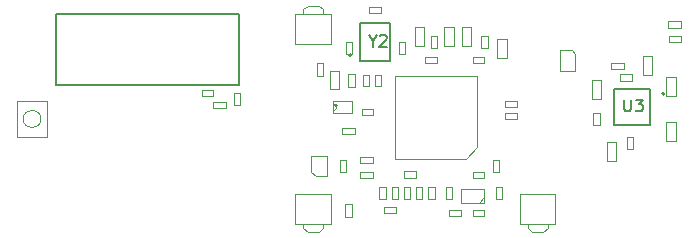
<source format=gbr>
%TF.GenerationSoftware,KiCad,Pcbnew,8.0.1*%
%TF.CreationDate,2024-10-15T00:35:35+02:00*%
%TF.ProjectId,InsuDos,496e7375-446f-4732-9e6b-696361645f70,rev?*%
%TF.SameCoordinates,Original*%
%TF.FileFunction,AssemblyDrawing,Bot*%
%FSLAX46Y46*%
G04 Gerber Fmt 4.6, Leading zero omitted, Abs format (unit mm)*
G04 Created by KiCad (PCBNEW 8.0.1) date 2024-10-15 00:35:35*
%MOMM*%
%LPD*%
G01*
G04 APERTURE LIST*
%ADD10C,0.150000*%
%ADD11C,0.100000*%
%ADD12C,0.127000*%
%ADD13C,0.200000*%
%ADD14C,0.025400*%
%ADD15C,0.152400*%
G04 APERTURE END LIST*
D10*
X74336779Y-163369819D02*
X74336779Y-164179342D01*
X74336779Y-164179342D02*
X74384398Y-164274580D01*
X74384398Y-164274580D02*
X74432017Y-164322200D01*
X74432017Y-164322200D02*
X74527255Y-164369819D01*
X74527255Y-164369819D02*
X74717731Y-164369819D01*
X74717731Y-164369819D02*
X74812969Y-164322200D01*
X74812969Y-164322200D02*
X74860588Y-164274580D01*
X74860588Y-164274580D02*
X74908207Y-164179342D01*
X74908207Y-164179342D02*
X74908207Y-163369819D01*
X75289160Y-163369819D02*
X75908207Y-163369819D01*
X75908207Y-163369819D02*
X75574874Y-163750771D01*
X75574874Y-163750771D02*
X75717731Y-163750771D01*
X75717731Y-163750771D02*
X75812969Y-163798390D01*
X75812969Y-163798390D02*
X75860588Y-163846009D01*
X75860588Y-163846009D02*
X75908207Y-163941247D01*
X75908207Y-163941247D02*
X75908207Y-164179342D01*
X75908207Y-164179342D02*
X75860588Y-164274580D01*
X75860588Y-164274580D02*
X75812969Y-164322200D01*
X75812969Y-164322200D02*
X75717731Y-164369819D01*
X75717731Y-164369819D02*
X75432017Y-164369819D01*
X75432017Y-164369819D02*
X75336779Y-164322200D01*
X75336779Y-164322200D02*
X75289160Y-164274580D01*
X53027255Y-158393628D02*
X53027255Y-158869819D01*
X52693922Y-157869819D02*
X53027255Y-158393628D01*
X53027255Y-158393628D02*
X53360588Y-157869819D01*
X53646303Y-157965057D02*
X53693922Y-157917438D01*
X53693922Y-157917438D02*
X53789160Y-157869819D01*
X53789160Y-157869819D02*
X54027255Y-157869819D01*
X54027255Y-157869819D02*
X54122493Y-157917438D01*
X54122493Y-157917438D02*
X54170112Y-157965057D01*
X54170112Y-157965057D02*
X54217731Y-158060295D01*
X54217731Y-158060295D02*
X54217731Y-158155533D01*
X54217731Y-158155533D02*
X54170112Y-158298390D01*
X54170112Y-158298390D02*
X53598684Y-158869819D01*
X53598684Y-158869819D02*
X54217731Y-158869819D01*
D11*
%TO.C,R19*%
X56725000Y-169970000D02*
X55675000Y-169970000D01*
X55675000Y-169970000D02*
X55675000Y-169430000D01*
X56725000Y-169430000D02*
X56725000Y-169970000D01*
X55675000Y-169430000D02*
X56725000Y-169430000D01*
%TO.C,R6*%
X74530000Y-166525000D02*
X75070000Y-166525000D01*
X74530000Y-167575000D02*
X74530000Y-166525000D01*
X75070000Y-166525000D02*
X75070000Y-167575000D01*
X75070000Y-167575000D02*
X74530000Y-167575000D01*
%TO.C,C7*%
X59500000Y-172750000D02*
X60500000Y-172750000D01*
X59500000Y-173250000D02*
X59500000Y-172750000D01*
X60500000Y-172750000D02*
X60500000Y-173250000D01*
X60500000Y-173250000D02*
X59500000Y-173250000D01*
%TO.C,Y1*%
X60500000Y-170900000D02*
X60500000Y-172100000D01*
X60500000Y-172100000D02*
X62500000Y-172100000D01*
X62000000Y-172100000D02*
X62500000Y-171600000D01*
X62500000Y-170900000D02*
X60500000Y-170900000D01*
X62500000Y-172100000D02*
X62500000Y-170900000D01*
%TO.C,U1*%
X68900000Y-160900000D02*
X68900000Y-159200000D01*
X69880000Y-159200000D02*
X68900000Y-159200000D01*
X69880000Y-159200000D02*
X68900000Y-159200000D01*
X69880000Y-159200000D02*
X70200000Y-159520000D01*
X70200000Y-160900000D02*
X68900000Y-160900000D01*
X70200000Y-160900000D02*
X70200000Y-159520000D01*
%TO.C,C6*%
X49400000Y-162500000D02*
X49400000Y-160900000D01*
X50200000Y-162500000D02*
X49400000Y-162500000D01*
X49400000Y-160900000D02*
X50200000Y-160900000D01*
X50200000Y-160900000D02*
X50200000Y-162500000D01*
%TO.C,L3*%
X59100000Y-157200000D02*
X59900000Y-157200000D01*
X59100000Y-158800000D02*
X59100000Y-157200000D01*
X59900000Y-157200000D02*
X59900000Y-158800000D01*
X59900000Y-158800000D02*
X59100000Y-158800000D01*
%TO.C,R10*%
X51975000Y-168230000D02*
X53025000Y-168230000D01*
X51975000Y-168770000D02*
X51975000Y-168230000D01*
X53025000Y-168230000D02*
X53025000Y-168770000D01*
X53025000Y-168770000D02*
X51975000Y-168770000D01*
%TO.C,R7*%
X53582000Y-170745000D02*
X54122000Y-170745000D01*
X53582000Y-171795000D02*
X53582000Y-170745000D01*
X54122000Y-170745000D02*
X54122000Y-171795000D01*
X54122000Y-171795000D02*
X53582000Y-171795000D01*
%TO.C,C1*%
X60600000Y-157200000D02*
X61400000Y-157200000D01*
X60600000Y-158800000D02*
X60600000Y-157200000D01*
X61400000Y-157200000D02*
X61400000Y-158800000D01*
X61400000Y-158800000D02*
X60600000Y-158800000D01*
%TO.C,C23*%
X63250000Y-168500000D02*
X63750000Y-168500000D01*
X63250000Y-169500000D02*
X63250000Y-168500000D01*
X63750000Y-168500000D02*
X63750000Y-169500000D01*
X63750000Y-169500000D02*
X63250000Y-169500000D01*
%TO.C,R15*%
X73975000Y-161230000D02*
X75025000Y-161230000D01*
X73975000Y-161770000D02*
X73975000Y-161230000D01*
X75025000Y-161230000D02*
X75025000Y-161770000D01*
X75025000Y-161770000D02*
X73975000Y-161770000D01*
%TO.C,C16*%
X38550000Y-162550000D02*
X39550000Y-162550000D01*
X38550000Y-163050000D02*
X38550000Y-162550000D01*
X39550000Y-162550000D02*
X39550000Y-163050000D01*
X39550000Y-163050000D02*
X38550000Y-163050000D01*
%TO.C,C24*%
X61500000Y-169500000D02*
X62500000Y-169500000D01*
X61500000Y-170000000D02*
X61500000Y-169500000D01*
X62500000Y-169500000D02*
X62500000Y-170000000D01*
X62500000Y-170000000D02*
X61500000Y-170000000D01*
%TO.C,U4*%
X54900000Y-161400000D02*
X61900000Y-161400000D01*
X54900000Y-168400000D02*
X54900000Y-161400000D01*
X60900000Y-168400000D02*
X54900000Y-168400000D01*
X61900000Y-161400000D02*
X61900000Y-167400000D01*
X61900000Y-167400000D02*
X60900000Y-168400000D01*
%TO.C,C39*%
X56600000Y-157200000D02*
X57400000Y-157200000D01*
X56600000Y-158800000D02*
X56600000Y-157200000D01*
X57400000Y-157200000D02*
X57400000Y-158800000D01*
X57400000Y-158800000D02*
X56600000Y-158800000D01*
%TO.C,C25*%
X52100000Y-164150000D02*
X53100000Y-164150000D01*
X52100000Y-164650000D02*
X52100000Y-164150000D01*
X53100000Y-164150000D02*
X53100000Y-164650000D01*
X53100000Y-164650000D02*
X52100000Y-164650000D01*
%TO.C,R14*%
X64225000Y-163480000D02*
X65275000Y-163480000D01*
X64225000Y-164020000D02*
X64225000Y-163480000D01*
X65275000Y-163480000D02*
X65275000Y-164020000D01*
X65275000Y-164020000D02*
X64225000Y-164020000D01*
%TO.C,R21*%
X50730000Y-172225000D02*
X51270000Y-172225000D01*
X50730000Y-173275000D02*
X50730000Y-172225000D01*
X51270000Y-172225000D02*
X51270000Y-173275000D01*
X51270000Y-173275000D02*
X50730000Y-173275000D01*
%TO.C,C9*%
X50250000Y-168500000D02*
X50750000Y-168500000D01*
X50250000Y-169500000D02*
X50250000Y-168500000D01*
X50750000Y-168500000D02*
X50750000Y-169500000D01*
X50750000Y-169500000D02*
X50250000Y-169500000D01*
%TO.C,R22*%
X51975000Y-169480000D02*
X53025000Y-169480000D01*
X51975000Y-170020000D02*
X51975000Y-169480000D01*
X53025000Y-169480000D02*
X53025000Y-170020000D01*
X53025000Y-170020000D02*
X51975000Y-170020000D01*
%TO.C,C26*%
X57500000Y-159750000D02*
X58500000Y-159750000D01*
X57500000Y-160250000D02*
X57500000Y-159750000D01*
X58500000Y-159750000D02*
X58500000Y-160250000D01*
X58500000Y-160250000D02*
X57500000Y-160250000D01*
%TO.C,R2*%
X78075000Y-156730000D02*
X79125000Y-156730000D01*
X78075000Y-157270000D02*
X78075000Y-156730000D01*
X79125000Y-156730000D02*
X79125000Y-157270000D01*
X79125000Y-157270000D02*
X78075000Y-157270000D01*
%TO.C,SW1*%
X46500000Y-156120000D02*
X49500000Y-156120000D01*
X46500000Y-158630000D02*
X46500000Y-156120000D01*
X47150000Y-155730000D02*
X47550000Y-155430000D01*
X47150000Y-156120000D02*
X47150000Y-155730000D01*
X47550000Y-155430000D02*
X48450000Y-155430000D01*
X48450000Y-155430000D02*
X48850000Y-155730000D01*
X48850000Y-155730000D02*
X48850000Y-156120000D01*
X49500000Y-156120000D02*
X49500000Y-158630000D01*
X49500000Y-158630000D02*
X46500000Y-158630000D01*
%TO.C,C19*%
X52750000Y-155500000D02*
X53750000Y-155500000D01*
X52750000Y-156000000D02*
X52750000Y-155500000D01*
X53750000Y-155500000D02*
X53750000Y-156000000D01*
X53750000Y-156000000D02*
X52750000Y-156000000D01*
D12*
%TO.C,U3*%
X73500000Y-162500000D02*
X76500000Y-162500000D01*
X73500000Y-165500000D02*
X73500000Y-162500000D01*
X76500000Y-162500000D02*
X76500000Y-165500000D01*
X76500000Y-165500000D02*
X73500000Y-165500000D01*
D13*
X77735000Y-162875000D02*
G75*
G02*
X77535000Y-162875000I-100000J0D01*
G01*
X77535000Y-162875000D02*
G75*
G02*
X77735000Y-162875000I100000J0D01*
G01*
D11*
%TO.C,R20*%
X50475000Y-165730000D02*
X51525000Y-165730000D01*
X50475000Y-166270000D02*
X50475000Y-165730000D01*
X51525000Y-165730000D02*
X51525000Y-166270000D01*
X51525000Y-166270000D02*
X50475000Y-166270000D01*
%TO.C,C18*%
X50750000Y-158500000D02*
X51250000Y-158500000D01*
X50750000Y-159500000D02*
X50750000Y-158500000D01*
X51250000Y-158500000D02*
X51250000Y-159500000D01*
X51250000Y-159500000D02*
X50750000Y-159500000D01*
%TO.C,R13*%
X62230000Y-157975000D02*
X62770000Y-157975000D01*
X62230000Y-159025000D02*
X62230000Y-157975000D01*
X62770000Y-157975000D02*
X62770000Y-159025000D01*
X62770000Y-159025000D02*
X62230000Y-159025000D01*
%TO.C,C22*%
X63600000Y-158200000D02*
X64400000Y-158200000D01*
X63600000Y-159800000D02*
X63600000Y-158200000D01*
X64400000Y-158200000D02*
X64400000Y-159800000D01*
X64400000Y-159800000D02*
X63600000Y-159800000D01*
%TO.C,R23*%
X39525000Y-163530000D02*
X40575000Y-163530000D01*
X39525000Y-164070000D02*
X39525000Y-163530000D01*
X40575000Y-163530000D02*
X40575000Y-164070000D01*
X40575000Y-164070000D02*
X39525000Y-164070000D01*
%TO.C,TH1*%
X55230000Y-158475000D02*
X55770000Y-158475000D01*
X55230000Y-159525000D02*
X55230000Y-158475000D01*
X55770000Y-158475000D02*
X55770000Y-159525000D01*
X55770000Y-159525000D02*
X55230000Y-159525000D01*
%TO.C,C30*%
X71600000Y-161700000D02*
X72400000Y-161700000D01*
X71600000Y-163300000D02*
X71600000Y-161700000D01*
X72400000Y-161700000D02*
X72400000Y-163300000D01*
X72400000Y-163300000D02*
X71600000Y-163300000D01*
%TO.C,C27*%
X63500000Y-170750000D02*
X64000000Y-170750000D01*
X63500000Y-171750000D02*
X63500000Y-170750000D01*
X64000000Y-170750000D02*
X64000000Y-171750000D01*
X64000000Y-171750000D02*
X63500000Y-171750000D01*
%TO.C,C8*%
X61500000Y-172750000D02*
X62500000Y-172750000D01*
X61500000Y-173250000D02*
X61500000Y-172750000D01*
X62500000Y-172750000D02*
X62500000Y-173250000D01*
X62500000Y-173250000D02*
X61500000Y-173250000D01*
%TO.C,R16*%
X59230000Y-170725000D02*
X59770000Y-170725000D01*
X59230000Y-171775000D02*
X59230000Y-170725000D01*
X59770000Y-170725000D02*
X59770000Y-171775000D01*
X59770000Y-171775000D02*
X59230000Y-171775000D01*
%TO.C,C20*%
X55676000Y-170750000D02*
X56176000Y-170750000D01*
X55676000Y-171750000D02*
X55676000Y-170750000D01*
X56176000Y-170750000D02*
X56176000Y-171750000D01*
X56176000Y-171750000D02*
X55676000Y-171750000D01*
D10*
%TO.C,AE1*%
X26200000Y-156150000D02*
X41700000Y-156150000D01*
X26200000Y-162100000D02*
X26200000Y-156150000D01*
X41700000Y-156150000D02*
X41700000Y-162100000D01*
X41700000Y-162100000D02*
X26200000Y-162100000D01*
D11*
%TO.C,C21*%
X56708000Y-170750000D02*
X57208000Y-170750000D01*
X56708000Y-171750000D02*
X56708000Y-170750000D01*
X57208000Y-170750000D02*
X57208000Y-171750000D01*
X57208000Y-171750000D02*
X56708000Y-171750000D01*
%TO.C,R5*%
X71730000Y-164475000D02*
X72270000Y-164475000D01*
X71730000Y-165525000D02*
X71730000Y-164475000D01*
X72270000Y-164475000D02*
X72270000Y-165525000D01*
X72270000Y-165525000D02*
X71730000Y-165525000D01*
%TO.C,R12*%
X50980000Y-161225000D02*
X51520000Y-161225000D01*
X50980000Y-162275000D02*
X50980000Y-161225000D01*
X51520000Y-161225000D02*
X51520000Y-162275000D01*
X51520000Y-162275000D02*
X50980000Y-162275000D01*
%TO.C,C33*%
X75900000Y-159700000D02*
X76700000Y-159700000D01*
X75900000Y-161300000D02*
X75900000Y-159700000D01*
X76700000Y-159700000D02*
X76700000Y-161300000D01*
X76700000Y-161300000D02*
X75900000Y-161300000D01*
%TO.C,R18*%
X48870000Y-160275000D02*
X48870000Y-161325000D01*
X48330000Y-160275000D02*
X48870000Y-160275000D01*
X48870000Y-161325000D02*
X48330000Y-161325000D01*
X48330000Y-161325000D02*
X48330000Y-160275000D01*
%TO.C,R8*%
X53975000Y-172430000D02*
X55025000Y-172430000D01*
X53975000Y-172970000D02*
X53975000Y-172430000D01*
X55025000Y-172430000D02*
X55025000Y-172970000D01*
X55025000Y-172970000D02*
X53975000Y-172970000D01*
%TO.C,SW3*%
X22940000Y-163500000D02*
X25450000Y-163500000D01*
X22940000Y-166500000D02*
X22940000Y-163500000D01*
X25450000Y-163500000D02*
X25450000Y-166500000D01*
X25450000Y-166500000D02*
X22940000Y-166500000D01*
X24950000Y-165000000D02*
G75*
G02*
X23450000Y-165000000I-750000J0D01*
G01*
X23450000Y-165000000D02*
G75*
G02*
X24950000Y-165000000I750000J0D01*
G01*
%TO.C,C40*%
X72850000Y-166950000D02*
X73650000Y-166950000D01*
X72850000Y-168550000D02*
X72850000Y-166950000D01*
X73650000Y-166950000D02*
X73650000Y-168550000D01*
X73650000Y-168550000D02*
X72850000Y-168550000D01*
%TO.C,L2*%
X58000000Y-158000000D02*
X58500000Y-158000000D01*
X58000000Y-159000000D02*
X58000000Y-158000000D01*
X58500000Y-158000000D02*
X58500000Y-159000000D01*
X58500000Y-159000000D02*
X58000000Y-159000000D01*
%TO.C,SW2*%
X65500000Y-171350000D02*
X68500000Y-171350000D01*
X65500000Y-173860000D02*
X65500000Y-171350000D01*
X66150000Y-174250000D02*
X66150000Y-173860000D01*
X66550000Y-174550000D02*
X66150000Y-174250000D01*
X67450000Y-174550000D02*
X66550000Y-174550000D01*
X67850000Y-173860000D02*
X67850000Y-174250000D01*
X67850000Y-174250000D02*
X67450000Y-174550000D01*
X68500000Y-171350000D02*
X68500000Y-173860000D01*
X68500000Y-173860000D02*
X65500000Y-173860000D01*
D12*
%TO.C,Y2*%
X52000000Y-156900000D02*
X52000000Y-160100000D01*
X52000000Y-156900000D02*
X54500000Y-156900000D01*
X54500000Y-156900000D02*
X54500000Y-160100000D01*
X54500000Y-160100000D02*
X52000000Y-160100000D01*
D13*
X51225000Y-159600000D02*
G75*
G02*
X51025000Y-159600000I-100000J0D01*
G01*
X51025000Y-159600000D02*
G75*
G02*
X51225000Y-159600000I100000J0D01*
G01*
D14*
%TO.C,FL1*%
X49687200Y-163492000D02*
X49687200Y-164508000D01*
X49687200Y-164508000D02*
X51312800Y-164508000D01*
X51312800Y-163492000D02*
X49687200Y-163492000D01*
X51312800Y-164508000D02*
X51312800Y-163492000D01*
X49687200Y-163695200D02*
G75*
G02*
X49687200Y-164304800I0J-304800D01*
G01*
D15*
X49989200Y-163847600D02*
G75*
G02*
X49836800Y-163847600I-76200J0D01*
G01*
X49836800Y-163847600D02*
G75*
G02*
X49989200Y-163847600I76200J0D01*
G01*
D11*
%TO.C,SW4*%
X46500000Y-171350000D02*
X49500000Y-171350000D01*
X46500000Y-173860000D02*
X46500000Y-171350000D01*
X47150000Y-174250000D02*
X47150000Y-173860000D01*
X47550000Y-174550000D02*
X47150000Y-174250000D01*
X48450000Y-174550000D02*
X47550000Y-174550000D01*
X48850000Y-173860000D02*
X48850000Y-174250000D01*
X48850000Y-174250000D02*
X48450000Y-174550000D01*
X49500000Y-171350000D02*
X49500000Y-173860000D01*
X49500000Y-173860000D02*
X46500000Y-173860000D01*
%TO.C,C4*%
X52250000Y-161250000D02*
X52750000Y-161250000D01*
X52250000Y-162250000D02*
X52250000Y-161250000D01*
X52750000Y-161250000D02*
X52750000Y-162250000D01*
X52750000Y-162250000D02*
X52250000Y-162250000D01*
%TO.C,C32*%
X77900000Y-161450000D02*
X78700000Y-161450000D01*
X77900000Y-163050000D02*
X77900000Y-161450000D01*
X78700000Y-161450000D02*
X78700000Y-163050000D01*
X78700000Y-163050000D02*
X77900000Y-163050000D01*
%TO.C,C34*%
X54644000Y-170750000D02*
X55144000Y-170750000D01*
X54644000Y-171750000D02*
X54644000Y-170750000D01*
X55144000Y-170750000D02*
X55144000Y-171750000D01*
X55144000Y-171750000D02*
X54644000Y-171750000D01*
%TO.C,C31*%
X77900000Y-165250000D02*
X78700000Y-165250000D01*
X77900000Y-166850000D02*
X77900000Y-165250000D01*
X78700000Y-165250000D02*
X78700000Y-166850000D01*
X78700000Y-166850000D02*
X77900000Y-166850000D01*
%TO.C,C5*%
X78100000Y-157950000D02*
X79100000Y-157950000D01*
X78100000Y-158450000D02*
X78100000Y-157950000D01*
X79100000Y-157950000D02*
X79100000Y-158450000D01*
X79100000Y-158450000D02*
X78100000Y-158450000D01*
%TO.C,U2*%
X47850000Y-168150000D02*
X47850000Y-169500000D01*
X48200000Y-169850000D02*
X47850000Y-169500000D01*
X48200000Y-169850000D02*
X49150000Y-169850000D01*
X49150000Y-168150000D02*
X47850000Y-168150000D01*
X49150000Y-169850000D02*
X49150000Y-168150000D01*
%TO.C,C36*%
X61500000Y-159750000D02*
X62500000Y-159750000D01*
X61500000Y-160250000D02*
X61500000Y-159750000D01*
X62500000Y-159750000D02*
X62500000Y-160250000D01*
X62500000Y-160250000D02*
X61500000Y-160250000D01*
%TO.C,C17*%
X41300000Y-162800000D02*
X41800000Y-162800000D01*
X41300000Y-163800000D02*
X41300000Y-162800000D01*
X41800000Y-162800000D02*
X41800000Y-163800000D01*
X41800000Y-163800000D02*
X41300000Y-163800000D01*
%TO.C,R11*%
X57730000Y-170745000D02*
X58270000Y-170745000D01*
X57730000Y-171795000D02*
X57730000Y-170745000D01*
X58270000Y-170745000D02*
X58270000Y-171795000D01*
X58270000Y-171795000D02*
X57730000Y-171795000D01*
%TO.C,C2*%
X64250000Y-164500000D02*
X65250000Y-164500000D01*
X64250000Y-165000000D02*
X64250000Y-164500000D01*
X65250000Y-164500000D02*
X65250000Y-165000000D01*
X65250000Y-165000000D02*
X64250000Y-165000000D01*
%TO.C,R17*%
X73225000Y-160230000D02*
X74275000Y-160230000D01*
X73225000Y-160770000D02*
X73225000Y-160230000D01*
X74275000Y-160230000D02*
X74275000Y-160770000D01*
X74275000Y-160770000D02*
X73225000Y-160770000D01*
%TO.C,C3*%
X53250000Y-161250000D02*
X53750000Y-161250000D01*
X53250000Y-162250000D02*
X53250000Y-161250000D01*
X53750000Y-161250000D02*
X53750000Y-162250000D01*
X53750000Y-162250000D02*
X53250000Y-162250000D01*
%TD*%
M02*

</source>
